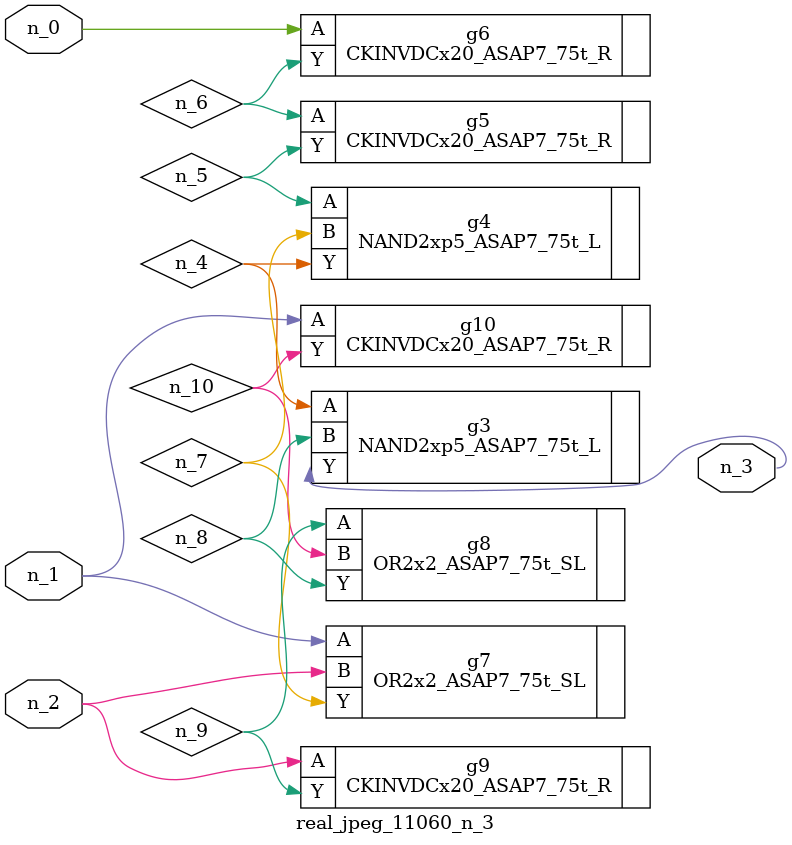
<source format=v>
module real_jpeg_11060_n_3 (n_1, n_0, n_2, n_3);

input n_1;
input n_0;
input n_2;

output n_3;

wire n_5;
wire n_8;
wire n_4;
wire n_6;
wire n_7;
wire n_10;
wire n_9;

CKINVDCx20_ASAP7_75t_R g6 ( 
.A(n_0),
.Y(n_6)
);

OR2x2_ASAP7_75t_SL g7 ( 
.A(n_1),
.B(n_2),
.Y(n_7)
);

CKINVDCx20_ASAP7_75t_R g10 ( 
.A(n_1),
.Y(n_10)
);

CKINVDCx20_ASAP7_75t_R g9 ( 
.A(n_2),
.Y(n_9)
);

NAND2xp5_ASAP7_75t_L g3 ( 
.A(n_4),
.B(n_8),
.Y(n_3)
);

NAND2xp5_ASAP7_75t_L g4 ( 
.A(n_5),
.B(n_7),
.Y(n_4)
);

CKINVDCx20_ASAP7_75t_R g5 ( 
.A(n_6),
.Y(n_5)
);

OR2x2_ASAP7_75t_SL g8 ( 
.A(n_9),
.B(n_10),
.Y(n_8)
);


endmodule
</source>
